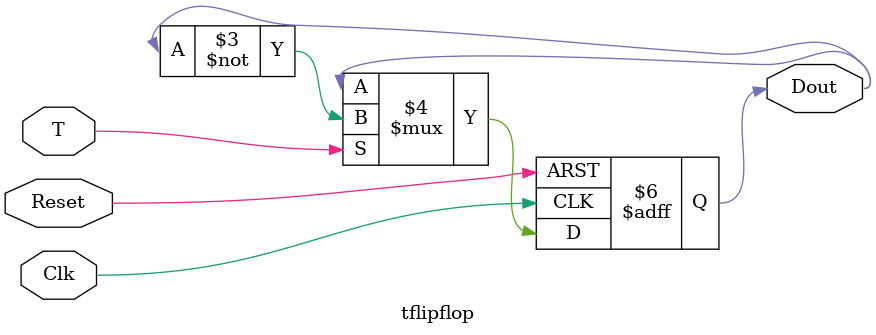
<source format=sv>
module tflipflop
	(input logic Clk,
	 input logic Reset,
	 input logic T,
	 output logic Dout);
	 
	 always_ff @ (posedge Clk or negedge Reset)	
    begin
	 	 if (~Reset)
			  Dout <= 0;
		 else if (T)
			  Dout <= ~Dout;
	 end


	 
endmodule

</source>
